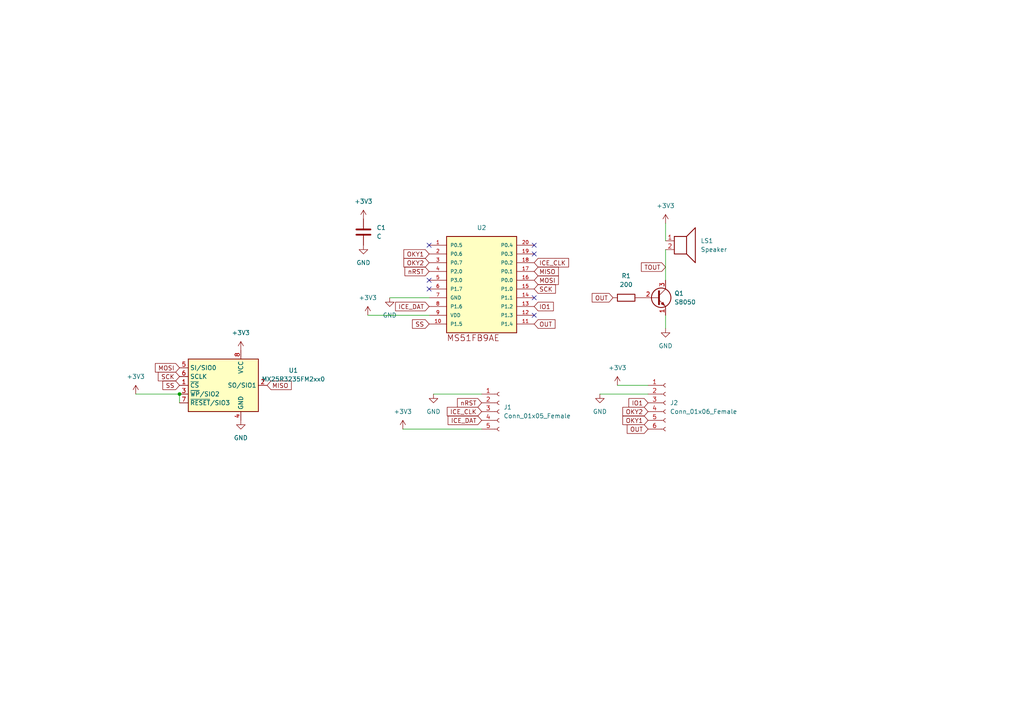
<source format=kicad_sch>
(kicad_sch (version 20211123) (generator eeschema)
  (paper "A4")
  (lib_symbols
    (symbol "Connector:Conn_01x05_Female" (pin_names (offset 1.016) hide)
      (property "Reference" "J" (at 0 7.62 0))
      (property "Value" "Conn_01x05_Female" (at 0 -7.62 0))
      (symbol "Conn_01x05_Female_1_1"
        (arc (start 0 -4.572) (mid -0.508 -5.08) (end 0 -5.588) (stroke (width 0.1524)))
        (arc (start 0 -2.032) (mid -0.508 -2.54) (end 0 -3.048) (stroke (width 0.1524)))
        (polyline (pts (xy -1.27 -5.08) (xy -0.508 -5.08)) (stroke (width 0.1524)))
        (polyline (pts (xy -1.27 -2.54) (xy -0.508 -2.54)) (stroke (width 0.1524)))
        (polyline (pts (xy -1.27 0) (xy -0.508 0)) (stroke (width 0.1524)))
        (polyline (pts (xy -1.27 2.54) (xy -0.508 2.54)) (stroke (width 0.1524)))
        (polyline (pts (xy -1.27 5.08) (xy -0.508 5.08)) (stroke (width 0.1524)))
        (arc (start 0 0.508) (mid -0.508 0) (end 0 -0.508) (stroke (width 0.1524)))
        (arc (start 0 3.048) (mid -0.508 2.54) (end 0 2.032) (stroke (width 0.1524)))
        (arc (start 0 5.588) (mid -0.508 5.08) (end 0 4.572) (stroke (width 0.1524)))
        (pin passive line (at -5.08 5.08 0) (length 3.81) (name "Pin_1") (number "1"))
        (pin passive line (at -5.08 2.54 0) (length 3.81) (name "Pin_2") (number "2"))
        (pin passive line (at -5.08 0 0) (length 3.81) (name "Pin_3") (number "3"))
        (pin passive line (at -5.08 -2.54 0) (length 3.81) (name "Pin_4") (number "4"))
        (pin passive line (at -5.08 -5.08 0) (length 3.81) (name "Pin_5") (number "5"))
      )
    )
    (symbol "Connector:Conn_01x06_Female" (pin_names (offset 1.016) hide)
      (property "Reference" "J" (at 0 7.62 0))
      (property "Value" "Conn_01x06_Female" (at 0 -10.16 0))
      (symbol "Conn_01x06_Female_1_1"
        (arc (start 0 -7.112) (mid -0.508 -7.62) (end 0 -8.128) (stroke (width 0.1524)))
        (arc (start 0 -4.572) (mid -0.508 -5.08) (end 0 -5.588) (stroke (width 0.1524)))
        (arc (start 0 -2.032) (mid -0.508 -2.54) (end 0 -3.048) (stroke (width 0.1524)))
        (polyline (pts (xy -1.27 -7.62) (xy -0.508 -7.62)) (stroke (width 0.1524)))
        (polyline (pts (xy -1.27 -5.08) (xy -0.508 -5.08)) (stroke (width 0.1524)))
        (polyline (pts (xy -1.27 -2.54) (xy -0.508 -2.54)) (stroke (width 0.1524)))
        (polyline (pts (xy -1.27 0) (xy -0.508 0)) (stroke (width 0.1524)))
        (polyline (pts (xy -1.27 2.54) (xy -0.508 2.54)) (stroke (width 0.1524)))
        (polyline (pts (xy -1.27 5.08) (xy -0.508 5.08)) (stroke (width 0.1524)))
        (arc (start 0 0.508) (mid -0.508 0) (end 0 -0.508) (stroke (width 0.1524)))
        (arc (start 0 3.048) (mid -0.508 2.54) (end 0 2.032) (stroke (width 0.1524)))
        (arc (start 0 5.588) (mid -0.508 5.08) (end 0 4.572) (stroke (width 0.1524)))
        (pin passive line (at -5.08 5.08 0) (length 3.81) (name "Pin_1") (number "1"))
        (pin passive line (at -5.08 2.54 0) (length 3.81) (name "Pin_2") (number "2"))
        (pin passive line (at -5.08 0 0) (length 3.81) (name "Pin_3") (number "3"))
        (pin passive line (at -5.08 -2.54 0) (length 3.81) (name "Pin_4") (number "4"))
        (pin passive line (at -5.08 -5.08 0) (length 3.81) (name "Pin_5") (number "5"))
        (pin passive line (at -5.08 -7.62 0) (length 3.81) (name "Pin_6") (number "6"))
      )
    )
    (symbol "Device:C" (pin_numbers hide) (pin_names (offset 0.254))
      (property "Reference" "C" (at 0.635 2.54 0))
      (property "Value" "C" (at 0.635 -2.54 0))
      (symbol "C_0_1"
        (polyline (pts (xy -2.032 -0.762) (xy 2.032 -0.762)) (stroke (width 0.508)))
        (polyline (pts (xy -2.032 0.762) (xy 2.032 0.762)) (stroke (width 0.508)))
      )
      (symbol "C_1_1"
        (pin passive line (at 0 3.81 270) (length 2.794) (name "~") (number "1"))
        (pin passive line (at 0 -3.81 90) (length 2.794) (name "~") (number "2"))
      )
    )
    (symbol "Device:R" (pin_numbers hide) (pin_names (offset 0))
      (property "Reference" "R" (at 2.032 0 90))
      (property "Value" "R" (at 0 0 90))
      (symbol "R_0_1"
        (rectangle (start -1.016 -2.54) (end 1.016 2.54) (stroke (width 0.254)))
      )
      (symbol "R_1_1"
        (pin passive line (at 0 3.81 270) (length 1.27) (name "~") (number "1"))
        (pin passive line (at 0 -3.81 90) (length 1.27) (name "~") (number "2"))
      )
    )
    (symbol "Device:Speaker" (pin_names (offset 0) hide)
      (property "Reference" "LS" (at 1.27 5.715 0))
      (property "Value" "Speaker" (at 1.27 3.81 0))
      (symbol "Speaker_0_0"
        (rectangle (start -2.54 1.27) (end 1.016 -3.81) (stroke (width 0.254)))
        (polyline (pts (xy 1.016 1.27) (xy 3.556 3.81) (xy 3.556 -6.35) (xy 1.016 -3.81)) (stroke (width 0.254)))
      )
      (symbol "Speaker_1_1"
        (pin input line (at -5.08 0 0) (length 2.54) (name "1") (number "1"))
        (pin input line (at -5.08 -2.54 0) (length 2.54) (name "2") (number "2"))
      )
    )
    (symbol "MS51FB9AE:MS51FB9AE" (pin_names (offset 1.016))
      (property "Reference" "U" (at -2.54 15.24 0))
      (symbol "MS51FB9AE_0_0"
        (rectangle (start -10.16 -15.24) (end 10.16 12.7) (stroke (width 0.254)) (fill (type background)))
        (text "MS51FB9AE" (at -10.16 -17.78 0) (effects (font (size 1.778 1.778)) (justify left bottom)))
        (pin bidirectional line (at -15.24 10.16 0) (length 5.08) (name "P0.5") (number "1"))
        (pin bidirectional line (at -15.24 -12.7 0) (length 5.08) (name "P1.5") (number "10"))
        (pin bidirectional line (at 15.24 -12.7 180) (length 5.08) (name "P1.4") (number "11"))
        (pin bidirectional line (at 15.24 -10.16 180) (length 5.08) (name "P1.3") (number "12"))
        (pin bidirectional line (at 15.24 -7.62 180) (length 5.08) (name "P1.2") (number "13"))
        (pin bidirectional line (at 15.24 -5.08 180) (length 5.08) (name "P1.1") (number "14"))
        (pin bidirectional line (at 15.24 -2.54 180) (length 5.08) (name "P1.0") (number "15"))
        (pin bidirectional line (at 15.24 0 180) (length 5.08) (name "P0.0") (number "16"))
        (pin bidirectional line (at 15.24 2.54 180) (length 5.08) (name "P0.1") (number "17"))
        (pin bidirectional line (at 15.24 5.08 180) (length 5.08) (name "P0.2") (number "18"))
        (pin bidirectional line (at 15.24 7.62 180) (length 5.08) (name "P0.3") (number "19"))
        (pin bidirectional line (at -15.24 7.62 0) (length 5.08) (name "P0.6") (number "2"))
        (pin bidirectional line (at 15.24 10.16 180) (length 5.08) (name "P0.4") (number "20"))
        (pin bidirectional line (at -15.24 5.08 0) (length 5.08) (name "P0.7") (number "3"))
        (pin bidirectional line (at -15.24 2.54 0) (length 5.08) (name "P2.0") (number "4"))
        (pin bidirectional line (at -15.24 0 0) (length 5.08) (name "P3.0") (number "5"))
        (pin bidirectional line (at -15.24 -2.54 0) (length 5.08) (name "P1.7") (number "6"))
        (pin bidirectional line (at -15.24 -5.08 0) (length 5.08) (name "GND") (number "7"))
        (pin bidirectional line (at -15.24 -7.62 0) (length 5.08) (name "P1.6") (number "8"))
        (pin bidirectional line (at -15.24 -10.16 0) (length 5.08) (name "VDD") (number "9"))
      )
    )
    (symbol "Memory_Flash:MX25R3235FM2xx0"
      (property "Reference" "U" (at -8.89 8.89 0))
      (property "Value" "MX25R3235FM2xx0" (at 15.24 8.89 0))
      (symbol "MX25R3235FM2xx0_1_1"
        (rectangle (start -10.16 7.62) (end 10.16 -7.62) (stroke (width 0.254)) (fill (type background)))
        (pin input line (at -12.7 0 0) (length 2.54) (name "~{CS}") (number "1"))
        (pin bidirectional line (at 12.7 0 180) (length 2.54) (name "SO/SIO1") (number "2"))
        (pin bidirectional line (at -12.7 -2.54 0) (length 2.54) (name "~{WP}/SIO2") (number "3"))
        (pin power_in line (at 5.08 -10.16 90) (length 2.54) (name "GND") (number "4"))
        (pin bidirectional line (at -12.7 5.08 0) (length 2.54) (name "SI/SIO0") (number "5"))
        (pin input line (at -12.7 2.54 0) (length 2.54) (name "SCLK") (number "6"))
        (pin bidirectional line (at -12.7 -5.08 0) (length 2.54) (name "~{RESET}/SIO3") (number "7"))
        (pin power_in line (at 5.08 10.16 270) (length 2.54) (name "VCC") (number "8"))
      )
    )
    (symbol "Transistor_BJT:S8050" (pin_names (offset 0) hide)
      (property "Reference" "Q" (at 5.08 1.905 0))
      (property "Value" "S8050" (at 5.08 0 0))
      (symbol "S8050_0_1"
        (polyline (pts (xy 0 0) (xy 0.635 0)))
        (polyline (pts (xy 0.635 0.635) (xy 2.54 2.54)))
        (polyline (pts (xy 0.635 -0.635) (xy 2.54 -2.54) (xy 2.54 -2.54)))
        (polyline (pts (xy 0.635 1.905) (xy 0.635 -1.905) (xy 0.635 -1.905)) (stroke (width 0.508)))
        (polyline (pts (xy 1.27 -1.778) (xy 1.778 -1.27) (xy 2.286 -2.286) (xy 1.27 -1.778) (xy 1.27 -1.778)) (fill (type outline)))
        (circle (center 1.27 0) (radius 2.8194) (stroke (width 0.254)))
      )
      (symbol "S8050_1_1"
        (pin passive line (at 2.54 -5.08 90) (length 2.54) (name "E") (number "1"))
        (pin input line (at -5.08 0 0) (length 5.08) (name "B") (number "2"))
        (pin passive line (at 2.54 5.08 270) (length 2.54) (name "C") (number "3"))
      )
    )
    (symbol "power:+3V3" (power) (pin_names (offset 0))
      (property "Value" "+3V3" (at 0 3.556 0))
      (symbol "+3V3_0_1"
        (polyline (pts (xy -0.762 1.27) (xy 0 2.54)))
        (polyline (pts (xy 0 0) (xy 0 2.54)))
        (polyline (pts (xy 0 2.54) (xy 0.762 1.27)))
      )
      (symbol "+3V3_1_1"
        (pin power_in line (at 0 0 90) (length 0) hide (name "+3V3") (number "1"))
      )
    )
    (symbol "power:GND" (power) (pin_names (offset 0))
      (property "Value" "GND" (at 0 -3.81 0))
      (symbol "GND_0_1"
        (polyline (pts (xy 0 0) (xy 0 -1.27) (xy 1.27 -1.27) (xy 0 -2.54) (xy -1.27 -1.27) (xy 0 -1.27)))
      )
      (symbol "GND_1_1"
        (pin power_in line (at 0 0 270) (length 0) hide (name "GND") (number "1"))
      )
    )
  )
  (junction (at 52.07 114.3))
  (no_connect (at 124.46 81.28))
  (no_connect (at 124.46 83.82))
  (no_connect (at 154.94 86.36))
  (no_connect (at 154.94 91.44))
  (no_connect (at 124.46 71.12))
  (no_connect (at 154.94 73.66))
  (no_connect (at 154.94 71.12))
  (wire (pts (xy 116.84 124.46) (xy 139.7 124.46)))
  (wire (pts (xy 179.07 111.76) (xy 187.96 111.76)))
  (wire (pts (xy 193.04 64.77) (xy 193.04 69.85)))
  (wire (pts (xy 193.04 91.44) (xy 193.04 95.25)))
  (wire (pts (xy 113.03 86.36) (xy 124.46 86.36)))
  (wire (pts (xy 39.37 114.3) (xy 52.07 114.3)))
  (wire (pts (xy 193.04 72.39) (xy 193.04 81.28)))
  (wire (pts (xy 173.99 114.3) (xy 187.96 114.3)))
  (wire (pts (xy 106.68 91.44) (xy 124.46 91.44)))
  (wire (pts (xy 125.73 114.3) (xy 139.7 114.3)))
  (wire (pts (xy 52.07 114.3) (xy 52.07 116.84)))
  (global_label "ICE_DAT" (shape input) (at 124.46 88.9 180) (property "Intersheet References" "${INTERSHEET_REFS}" (effects hide)))
  (global_label "MOSI" (shape input) (at 52.07 106.68 180) (property "Intersheet References" "${INTERSHEET_REFS}" (effects hide)))
  (global_label "MISO" (shape input) (at 77.47 111.76 0) (property "Intersheet References" "${INTERSHEET_REFS}" (effects hide)))
  (global_label "OUT" (shape input) (at 187.96 124.46 180) (property "Intersheet References" "${INTERSHEET_REFS}" (effects hide)))
  (global_label "OKY2" (shape input) (at 187.96 119.38 180) (property "Intersheet References" "${INTERSHEET_REFS}" (effects hide)))
  (global_label "nRST" (shape input) (at 124.46 78.74 180) (property "Intersheet References" "${INTERSHEET_REFS}" (effects hide)))
  (global_label "ICE_CLK" (shape input) (at 154.94 76.2 0) (property "Intersheet References" "${INTERSHEET_REFS}" (effects hide)))
  (global_label "IO1" (shape input) (at 187.96 116.84 180) (property "Intersheet References" "${INTERSHEET_REFS}" (effects hide)))
  (global_label "ICE_CLK" (shape input) (at 139.7 119.38 180) (property "Intersheet References" "${INTERSHEET_REFS}" (effects hide)))
  (global_label "OKY1" (shape input) (at 124.46 73.66 180) (property "Intersheet References" "${INTERSHEET_REFS}" (effects hide)))
  (global_label "OKY1" (shape input) (at 187.96 121.92 180) (property "Intersheet References" "${INTERSHEET_REFS}" (effects hide)))
  (global_label "SS" (shape input) (at 52.07 111.76 180) (property "Intersheet References" "${INTERSHEET_REFS}" (effects hide)))
  (global_label "SS" (shape input) (at 124.46 93.98 180) (property "Intersheet References" "${INTERSHEET_REFS}" (effects hide)))
  (global_label "SCK" (shape input) (at 154.94 83.82 0) (property "Intersheet References" "${INTERSHEET_REFS}" (effects hide)))
  (global_label "OUT" (shape input) (at 177.8 86.36 180) (property "Intersheet References" "${INTERSHEET_REFS}" (effects hide)))
  (global_label "TOUT" (shape input) (at 193.04 77.47 180) (property "Intersheet References" "${INTERSHEET_REFS}" (effects hide)))
  (global_label "nRST" (shape input) (at 139.7 116.84 180) (property "Intersheet References" "${INTERSHEET_REFS}" (effects hide)))
  (global_label "ICE_DAT" (shape input) (at 139.7 121.92 180) (property "Intersheet References" "${INTERSHEET_REFS}" (effects hide)))
  (global_label "MOSI" (shape input) (at 154.94 81.28 0) (property "Intersheet References" "${INTERSHEET_REFS}" (effects hide)))
  (global_label "IO1" (shape input) (at 154.94 88.9 0) (property "Intersheet References" "${INTERSHEET_REFS}" (effects hide)))
  (global_label "OKY2" (shape input) (at 124.46 76.2 180) (property "Intersheet References" "${INTERSHEET_REFS}" (effects hide)))
  (global_label "SCK" (shape input) (at 52.07 109.22 180) (property "Intersheet References" "${INTERSHEET_REFS}" (effects hide)))
  (global_label "MISO" (shape input) (at 154.94 78.74 0) (property "Intersheet References" "${INTERSHEET_REFS}" (effects hide)))
  (global_label "OUT" (shape input) (at 154.94 93.98 0) (property "Intersheet References" "${INTERSHEET_REFS}" (effects hide)))
  (symbol (lib_id "power:+3V3") (at 39.37 114.3 0) (unit 1)
    (property "Reference" "#PWR01" (effects hide))
    (property "Value" "+3V3" (at 39.37 109.22 0))
  )
  (symbol (lib_id "power:+3V3") (at 193.04 64.77 0) (unit 1)
    (property "Reference" "#PWR010" (effects hide))
    (property "Value" "+3V3" (at 193.04 59.69 0))
  )
  (symbol (lib_id "power:GND") (at 105.41 71.12 0) (unit 1)
    (property "Reference" "#PWR013" (effects hide))
    (property "Value" "GND" (at 105.41 76.2 0))
  )
  (symbol (lib_id "Connector:Conn_01x05_Female") (at 144.78 119.38 0) (unit 1)
    (property "Reference" "J1" (at 146.05 118.1099 0) (effects (justify left)))
    (property "Value" "Conn_01x05_Female" (at 146.05 120.6499 0) (effects (justify left)))
    (property "Footprint" "Connector_PinHeader_2.54mm:PinHeader_1x05_P2.54mm_Vertical" (effects hide))
  )
  (symbol (lib_id "power:+3V3") (at 116.84 124.46 0) (unit 1)
    (property "Reference" "#PWR06" (effects hide))
    (property "Value" "+3V3" (at 116.84 119.38 0))
  )
  (symbol (lib_id "power:GND") (at 193.04 95.25 0) (unit 1)
    (property "Reference" "#PWR011" (effects hide))
    (property "Value" "GND" (at 193.04 100.33 0))
  )
  (symbol (lib_id "power:+3V3") (at 179.07 111.76 0) (unit 1)
    (property "Reference" "#PWR09" (effects hide))
    (property "Value" "+3V3" (at 179.07 106.68 0))
  )
  (symbol (lib_id "power:GND") (at 125.73 114.3 0) (unit 1)
    (property "Reference" "#PWR07" (effects hide))
    (property "Value" "GND" (at 125.73 119.38 0))
  )
  (symbol (lib_id "power:GND") (at 173.99 114.3 0) (unit 1)
    (property "Reference" "#PWR08" (effects hide))
    (property "Value" "GND" (at 173.99 119.38 0))
  )
  (symbol (lib_id "power:+3V3") (at 106.68 91.44 0) (unit 1)
    (property "Reference" "#PWR04" (effects hide))
    (property "Value" "+3V3" (at 106.68 86.36 0))
  )
  (symbol (lib_id "Device:R") (at 181.61 86.36 90) (unit 1)
    (property "Reference" "R1" (at 181.61 80.01 90))
    (property "Value" "200" (at 181.61 82.55 90))
    (property "Footprint" "Resistor_THT:R_Axial_DIN0204_L3.6mm_D1.6mm_P7.62mm_Horizontal" (effects hide))
  )
  (symbol (lib_id "Connector:Conn_01x06_Female") (at 193.04 116.84 0) (unit 1)
    (property "Reference" "J2" (at 194.31 116.8399 0) (effects (justify left)))
    (property "Value" "Conn_01x06_Female" (at 194.31 119.3799 0) (effects (justify left)))
    (property "Footprint" "Connector_PinHeader_2.54mm:PinHeader_1x06_P2.54mm_Vertical" (effects hide))
  )
  (symbol (lib_id "MS51FB9AE:MS51FB9AE") (at 139.7 81.28 0) (unit 1)
    (property "Reference" "U2" (at 139.7 66.04 0))
    (property "Value" "MS51FB9AE" (effects hide))
    (property "Footprint" "hitsmodule:TSSOP20" (effects hide))
  )
  (symbol (lib_id "power:+3V3") (at 105.41 63.5 0) (unit 1)
    (property "Reference" "#PWR012" (effects hide))
    (property "Value" "+3V3" (at 105.41 58.42 0))
  )
  (symbol (lib_id "Transistor_BJT:S8050") (at 190.5 86.36 0) (unit 1)
    (property "Reference" "Q1" (at 195.58 85.0899 0) (effects (justify left)))
    (property "Value" "S8050" (at 195.58 87.6299 0) (effects (justify left)))
    (property "Footprint" "Package_TO_SOT_THT:TO-92_Inline" (effects hide))
    (property "Datasheet" "http://www.unisonic.com.tw/datasheet/S8050.pdf" (effects hide))
  )
  (symbol (lib_id "Memory_Flash:MX25R3235FM2xx0") (at 64.77 111.76 0) (unit 1)
    (property "Reference" "U1" (at 85.09 107.4293 0))
    (property "Value" "MX25R3235FM2xx0" (at 85.09 109.9693 0))
    (property "Footprint" "Package_SO:SOP-8_5.28x5.23mm_P1.27mm" (effects hide))
    (property "Datasheet" "http://www.macronix.com/Lists/Datasheet/Attachments/7534/MX25R3235F,%20Wide%20Range,%2032Mb,%20v1.6.pdf" (effects hide))
  )
  (symbol (lib_id "power:GND") (at 113.03 86.36 0) (unit 1)
    (property "Reference" "#PWR05" (effects hide))
    (property "Value" "GND" (at 113.03 91.44 0))
  )
  (symbol (lib_id "Device:Speaker") (at 198.12 69.85 0) (unit 1)
    (property "Reference" "LS1" (at 203.2 69.8499 0) (effects (justify left)))
    (property "Value" "Speaker" (at 203.2 72.3899 0) (effects (justify left)))
    (property "Footprint" "Resistor_SMD:R_2816_7142Metric" (effects hide))
  )
  (symbol (lib_id "Device:C") (at 105.41 67.31 0) (unit 1)
    (property "Reference" "C1" (at 109.22 66.0399 0) (effects (justify left)))
    (property "Value" "C" (at 109.22 68.5799 0) (effects (justify left)))
    (property "Footprint" "Capacitor_SMD:C_1206_3216Metric_Pad1.33x1.80mm_HandSolder" (effects hide))
  )
  (symbol (lib_id "power:GND") (at 69.85 121.92 0) (unit 1)
    (property "Reference" "#PWR03" (effects hide))
    (property "Value" "GND" (at 69.85 127 0))
  )
  (symbol (lib_id "power:+3V3") (at 69.85 101.6 0) (unit 1)
    (property "Reference" "#PWR02" (effects hide))
    (property "Value" "+3V3" (at 69.85 96.52 0))
  )
)
</source>
